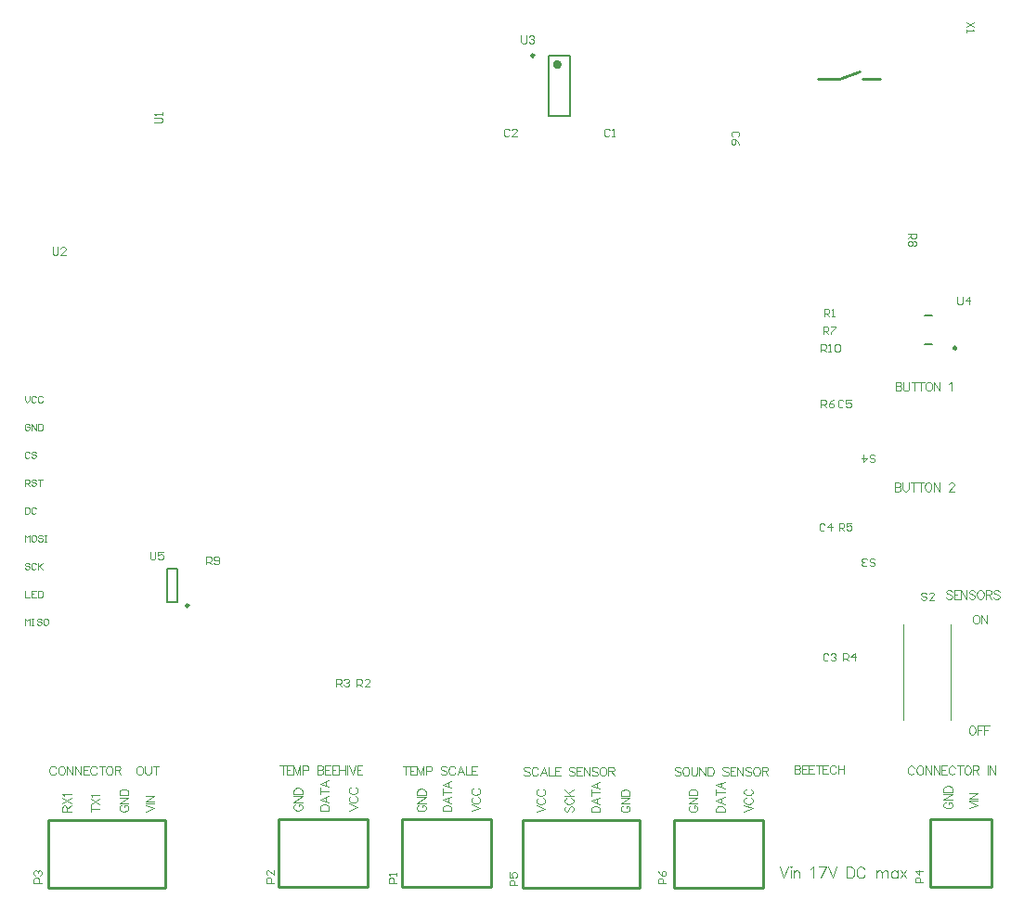
<source format=gto>
G04*
G04 #@! TF.GenerationSoftware,Altium Limited,Altium Designer,21.0.9 (235)*
G04*
G04 Layer_Color=65535*
%FSLAX44Y44*%
%MOMM*%
G71*
G04*
G04 #@! TF.SameCoordinates,736B1018-3895-43CE-9238-027F92C9441B*
G04*
G04*
G04 #@! TF.FilePolarity,Positive*
G04*
G01*
G75*
%ADD10C,0.3000*%
%ADD11C,0.2500*%
%ADD12C,0.4000*%
%ADD13C,0.2000*%
%ADD14C,0.1000*%
%ADD15C,0.2540*%
D10*
X852098Y493240D02*
G03*
X852098Y493240I-718J0D01*
G01*
D11*
X467615Y760254D02*
G03*
X467615Y760254I-1250J0D01*
G01*
X152546Y258250D02*
G03*
X152546Y258250I-1250J0D01*
G01*
D12*
X490865Y751954D02*
G03*
X490865Y751954I-2000J0D01*
G01*
D13*
X824250Y497000D02*
X830250D01*
X824250Y522750D02*
X830250D01*
X480864Y704954D02*
Y759954D01*
X500365Y704954D02*
Y759954D01*
X480864D02*
X500365D01*
X480864Y704954D02*
X500365D01*
X133296Y261500D02*
Y291500D01*
X142296Y261500D02*
Y291500D01*
X133296D02*
X142296D01*
X133296Y261500D02*
X142296D01*
D14*
X847500Y153930D02*
Y240930D01*
X804500Y153930D02*
Y240930D01*
X691626Y19748D02*
X695435Y9750D01*
X699243Y19748D02*
X695435Y9750D01*
X701481Y19748D02*
X701957Y19272D01*
X702433Y19748D01*
X701957Y20224D01*
X701481Y19748D01*
X701957Y16415D02*
Y9750D01*
X704195Y16415D02*
Y9750D01*
Y14511D02*
X705623Y15939D01*
X706575Y16415D01*
X708003D01*
X708956Y15939D01*
X709432Y14511D01*
Y9750D01*
X719906Y17844D02*
X720858Y18320D01*
X722286Y19748D01*
Y9750D01*
X733903Y19748D02*
X729142Y9750D01*
X727237Y19748D02*
X733903D01*
X736140D02*
X739949Y9750D01*
X743758Y19748D02*
X739949Y9750D01*
X752899Y19748D02*
Y9750D01*
Y19748D02*
X756231D01*
X757660Y19272D01*
X758612Y18320D01*
X759088Y17367D01*
X759564Y15939D01*
Y13559D01*
X759088Y12130D01*
X758612Y11178D01*
X757660Y10226D01*
X756231Y9750D01*
X752899D01*
X768943Y17367D02*
X768467Y18320D01*
X767514Y19272D01*
X766562Y19748D01*
X764658D01*
X763706Y19272D01*
X762754Y18320D01*
X762278Y17367D01*
X761801Y15939D01*
Y13559D01*
X762278Y12130D01*
X762754Y11178D01*
X763706Y10226D01*
X764658Y9750D01*
X766562D01*
X767514Y10226D01*
X768467Y11178D01*
X768943Y12130D01*
X779607Y16415D02*
Y9750D01*
Y14511D02*
X781035Y15939D01*
X781988Y16415D01*
X783416D01*
X784368Y15939D01*
X784844Y14511D01*
Y9750D01*
Y14511D02*
X786272Y15939D01*
X787225Y16415D01*
X788653D01*
X789605Y15939D01*
X790081Y14511D01*
Y9750D01*
X798936Y16415D02*
Y9750D01*
Y14987D02*
X797984Y15939D01*
X797032Y16415D01*
X795604D01*
X794651Y15939D01*
X793699Y14987D01*
X793223Y13559D01*
Y12607D01*
X793699Y11178D01*
X794651Y10226D01*
X795604Y9750D01*
X797032D01*
X797984Y10226D01*
X798936Y11178D01*
X801602Y16415D02*
X806839Y9750D01*
Y16415D02*
X801602Y9750D01*
X3302Y240538D02*
Y246536D01*
X5301Y244537D01*
X7301Y246536D01*
Y240538D01*
X9300Y246536D02*
X11299D01*
X10300D01*
Y240538D01*
X9300D01*
X11299D01*
X18297Y245536D02*
X17298Y246536D01*
X15298D01*
X14298Y245536D01*
Y244537D01*
X15298Y243537D01*
X17298D01*
X18297Y242537D01*
Y241538D01*
X17298Y240538D01*
X15298D01*
X14298Y241538D01*
X23296Y246536D02*
X21296D01*
X20296Y245536D01*
Y241538D01*
X21296Y240538D01*
X23296D01*
X24295Y241538D01*
Y245536D01*
X23296Y246536D01*
X3302Y316738D02*
Y322736D01*
X5301Y320737D01*
X7301Y322736D01*
Y316738D01*
X12299Y322736D02*
X10300D01*
X9300Y321736D01*
Y317738D01*
X10300Y316738D01*
X12299D01*
X13299Y317738D01*
Y321736D01*
X12299Y322736D01*
X19297Y321736D02*
X18297Y322736D01*
X16298D01*
X15298Y321736D01*
Y320737D01*
X16298Y319737D01*
X18297D01*
X19297Y318737D01*
Y317738D01*
X18297Y316738D01*
X16298D01*
X15298Y317738D01*
X21296Y322736D02*
X23296D01*
X22296D01*
Y316738D01*
X21296D01*
X23296D01*
X7301Y296336D02*
X6301Y297336D01*
X4302D01*
X3302Y296336D01*
Y295337D01*
X4302Y294337D01*
X6301D01*
X7301Y293337D01*
Y292338D01*
X6301Y291338D01*
X4302D01*
X3302Y292338D01*
X13299Y296336D02*
X12299Y297336D01*
X10300D01*
X9300Y296336D01*
Y292338D01*
X10300Y291338D01*
X12299D01*
X13299Y292338D01*
X15298Y297336D02*
Y291338D01*
Y293337D01*
X19297Y297336D01*
X16298Y294337D01*
X19297Y291338D01*
X3302Y271936D02*
Y265938D01*
X7301D01*
X13299Y271936D02*
X9300D01*
Y265938D01*
X13299D01*
X9300Y268937D02*
X11299D01*
X15298Y271936D02*
Y265938D01*
X18297D01*
X19297Y266938D01*
Y270936D01*
X18297Y271936D01*
X15298D01*
X7301Y397936D02*
X6301Y398936D01*
X4302D01*
X3302Y397936D01*
Y393938D01*
X4302Y392938D01*
X6301D01*
X7301Y393938D01*
X13299Y397936D02*
X12299Y398936D01*
X10300D01*
X9300Y397936D01*
Y396937D01*
X10300Y395937D01*
X12299D01*
X13299Y394937D01*
Y393938D01*
X12299Y392938D01*
X10300D01*
X9300Y393938D01*
X7301Y423336D02*
X6301Y424336D01*
X4302D01*
X3302Y423336D01*
Y419338D01*
X4302Y418338D01*
X6301D01*
X7301Y419338D01*
Y421337D01*
X5301D01*
X9300Y418338D02*
Y424336D01*
X13299Y418338D01*
Y424336D01*
X15298D02*
Y418338D01*
X18297D01*
X19297Y419338D01*
Y423336D01*
X18297Y424336D01*
X15298D01*
X3302Y449736D02*
Y445737D01*
X5301Y443738D01*
X7301Y445737D01*
Y449736D01*
X13299Y448736D02*
X12299Y449736D01*
X10300D01*
X9300Y448736D01*
Y444738D01*
X10300Y443738D01*
X12299D01*
X13299Y444738D01*
X19297Y448736D02*
X18297Y449736D01*
X16298D01*
X15298Y448736D01*
Y444738D01*
X16298Y443738D01*
X18297D01*
X19297Y444738D01*
X3302Y367538D02*
Y373536D01*
X6301D01*
X7301Y372536D01*
Y370537D01*
X6301Y369537D01*
X3302D01*
X5301D02*
X7301Y367538D01*
X13299Y372536D02*
X12299Y373536D01*
X10300D01*
X9300Y372536D01*
Y371537D01*
X10300Y370537D01*
X12299D01*
X13299Y369537D01*
Y368538D01*
X12299Y367538D01*
X10300D01*
X9300Y368538D01*
X15298Y373536D02*
X19297D01*
X17298D01*
Y367538D01*
X3302Y348136D02*
Y342138D01*
X6301D01*
X7301Y343138D01*
Y347136D01*
X6301Y348136D01*
X3302D01*
X13299Y347136D02*
X12299Y348136D01*
X10300D01*
X9300Y347136D01*
Y343138D01*
X10300Y342138D01*
X12299D01*
X13299Y343138D01*
X866443Y148444D02*
X865682Y148063D01*
X864920Y147302D01*
X864539Y146540D01*
X864158Y145397D01*
Y143493D01*
X864539Y142350D01*
X864920Y141589D01*
X865682Y140827D01*
X866443Y140446D01*
X867967D01*
X868728Y140827D01*
X869490Y141589D01*
X869871Y142350D01*
X870252Y143493D01*
Y145397D01*
X869871Y146540D01*
X869490Y147302D01*
X868728Y148063D01*
X867967Y148444D01*
X866443D01*
X872118D02*
Y140446D01*
Y148444D02*
X877069D01*
X872118Y144636D02*
X875165D01*
X877984Y148444D02*
Y140446D01*
Y148444D02*
X882935D01*
X877984Y144636D02*
X881031D01*
X869943Y249928D02*
X869182Y249547D01*
X868420Y248786D01*
X868039Y248024D01*
X867658Y246881D01*
Y244977D01*
X868039Y243834D01*
X868420Y243073D01*
X869182Y242311D01*
X869943Y241930D01*
X871467D01*
X872228Y242311D01*
X872990Y243073D01*
X873371Y243834D01*
X873752Y244977D01*
Y246881D01*
X873371Y248024D01*
X872990Y248786D01*
X872228Y249547D01*
X871467Y249928D01*
X869943D01*
X875618D02*
Y241930D01*
Y249928D02*
X880950Y241930D01*
Y249928D02*
Y241930D01*
X848850Y271107D02*
X848088Y271869D01*
X846946Y272249D01*
X845422D01*
X844280Y271869D01*
X843518Y271107D01*
Y270345D01*
X843899Y269583D01*
X844280Y269202D01*
X845042Y268822D01*
X847327Y268060D01*
X848088Y267679D01*
X848469Y267298D01*
X848850Y266536D01*
Y265394D01*
X848088Y264632D01*
X846946Y264251D01*
X845422D01*
X844280Y264632D01*
X843518Y265394D01*
X855592Y272249D02*
X850640D01*
Y264251D01*
X855592D01*
X850640Y268441D02*
X853687D01*
X856925Y272249D02*
Y264251D01*
Y272249D02*
X862257Y264251D01*
Y272249D02*
Y264251D01*
X869798Y271107D02*
X869036Y271869D01*
X867894Y272249D01*
X866370D01*
X865228Y271869D01*
X864466Y271107D01*
Y270345D01*
X864847Y269583D01*
X865228Y269202D01*
X865989Y268822D01*
X868275Y268060D01*
X869036Y267679D01*
X869417Y267298D01*
X869798Y266536D01*
Y265394D01*
X869036Y264632D01*
X867894Y264251D01*
X866370D01*
X865228Y264632D01*
X864466Y265394D01*
X873873Y272249D02*
X873112Y271869D01*
X872350Y271107D01*
X871969Y270345D01*
X871588Y269202D01*
Y267298D01*
X871969Y266155D01*
X872350Y265394D01*
X873112Y264632D01*
X873873Y264251D01*
X875397D01*
X876159Y264632D01*
X876920Y265394D01*
X877301Y266155D01*
X877682Y267298D01*
Y269202D01*
X877301Y270345D01*
X876920Y271107D01*
X876159Y271869D01*
X875397Y272249D01*
X873873D01*
X879548D02*
Y264251D01*
Y272249D02*
X882976D01*
X884119Y271869D01*
X884500Y271488D01*
X884881Y270726D01*
Y269964D01*
X884500Y269202D01*
X884119Y268822D01*
X882976Y268441D01*
X879548D01*
X882215D02*
X884881Y264251D01*
X892003Y271107D02*
X891241Y271869D01*
X890098Y272249D01*
X888575D01*
X887432Y271869D01*
X886671Y271107D01*
Y270345D01*
X887052Y269583D01*
X887432Y269202D01*
X888194Y268822D01*
X890479Y268060D01*
X891241Y267679D01*
X891622Y267298D01*
X892003Y266536D01*
Y265394D01*
X891241Y264632D01*
X890098Y264251D01*
X888575D01*
X887432Y264632D01*
X886671Y265394D01*
X797250Y462248D02*
Y454250D01*
Y462248D02*
X800678D01*
X801820Y461867D01*
X802201Y461487D01*
X802582Y460725D01*
Y459963D01*
X802201Y459201D01*
X801820Y458820D01*
X800678Y458440D01*
X797250D02*
X800678D01*
X801820Y458059D01*
X802201Y457678D01*
X802582Y456916D01*
Y455774D01*
X802201Y455012D01*
X801820Y454631D01*
X800678Y454250D01*
X797250D01*
X804372Y462248D02*
Y456535D01*
X804753Y455393D01*
X805515Y454631D01*
X806657Y454250D01*
X807419D01*
X808562Y454631D01*
X809324Y455393D01*
X809705Y456535D01*
Y462248D01*
X814580D02*
Y454250D01*
X811914Y462248D02*
X817246D01*
X820864D02*
Y454250D01*
X818198Y462248D02*
X823530D01*
X826768D02*
X826006Y461867D01*
X825244Y461106D01*
X824863Y460344D01*
X824482Y459201D01*
Y457297D01*
X824863Y456154D01*
X825244Y455393D01*
X826006Y454631D01*
X826768Y454250D01*
X828291D01*
X829053Y454631D01*
X829815Y455393D01*
X830195Y456154D01*
X830576Y457297D01*
Y459201D01*
X830195Y460344D01*
X829815Y461106D01*
X829053Y461867D01*
X828291Y462248D01*
X826768D01*
X832442D02*
Y454250D01*
Y462248D02*
X837775Y454250D01*
Y462248D02*
Y454250D01*
X846268Y460725D02*
X847030Y461106D01*
X848173Y462248D01*
Y454250D01*
X796750Y370498D02*
Y362500D01*
Y370498D02*
X800178D01*
X801320Y370117D01*
X801701Y369737D01*
X802082Y368975D01*
Y368213D01*
X801701Y367451D01*
X801320Y367070D01*
X800178Y366690D01*
X796750D02*
X800178D01*
X801320Y366309D01*
X801701Y365928D01*
X802082Y365166D01*
Y364024D01*
X801701Y363262D01*
X801320Y362881D01*
X800178Y362500D01*
X796750D01*
X803872Y370498D02*
Y364785D01*
X804253Y363643D01*
X805015Y362881D01*
X806158Y362500D01*
X806919D01*
X808062Y362881D01*
X808824Y363643D01*
X809204Y364785D01*
Y370498D01*
X814080D02*
Y362500D01*
X811413Y370498D02*
X816746D01*
X820364D02*
Y362500D01*
X817698Y370498D02*
X823030D01*
X826267D02*
X825506Y370117D01*
X824744Y369356D01*
X824363Y368594D01*
X823982Y367451D01*
Y365547D01*
X824363Y364404D01*
X824744Y363643D01*
X825506Y362881D01*
X826267Y362500D01*
X827791D01*
X828553Y362881D01*
X829314Y363643D01*
X829695Y364404D01*
X830076Y365547D01*
Y367451D01*
X829695Y368594D01*
X829314Y369356D01*
X828553Y370117D01*
X827791Y370498D01*
X826267D01*
X831943D02*
Y362500D01*
Y370498D02*
X837275Y362500D01*
Y370498D02*
Y362500D01*
X846149Y368594D02*
Y368975D01*
X846530Y369737D01*
X846911Y370117D01*
X847673Y370498D01*
X849196D01*
X849958Y370117D01*
X850339Y369737D01*
X850719Y368975D01*
Y368213D01*
X850339Y367451D01*
X849577Y366309D01*
X845768Y362500D01*
X851100D01*
X704969Y112498D02*
Y104500D01*
Y112498D02*
X708397D01*
X709540Y112117D01*
X709921Y111737D01*
X710301Y110975D01*
Y110213D01*
X709921Y109451D01*
X709540Y109070D01*
X708397Y108690D01*
X704969D02*
X708397D01*
X709540Y108309D01*
X709921Y107928D01*
X710301Y107166D01*
Y106024D01*
X709921Y105262D01*
X709540Y104881D01*
X708397Y104500D01*
X704969D01*
X717043Y112498D02*
X712092D01*
Y104500D01*
X717043D01*
X712092Y108690D02*
X715138D01*
X723327Y112498D02*
X718376D01*
Y104500D01*
X723327D01*
X718376Y108690D02*
X721423D01*
X727326Y112498D02*
Y104500D01*
X724660Y112498D02*
X729992D01*
X735896D02*
X730945D01*
Y104500D01*
X735896D01*
X730945Y108690D02*
X733992D01*
X742942Y110594D02*
X742561Y111356D01*
X741799Y112117D01*
X741038Y112498D01*
X739514D01*
X738753Y112117D01*
X737991Y111356D01*
X737610Y110594D01*
X737229Y109451D01*
Y107547D01*
X737610Y106404D01*
X737991Y105643D01*
X738753Y104881D01*
X739514Y104500D01*
X741038D01*
X741799Y104881D01*
X742561Y105643D01*
X742942Y106404D01*
X745189Y112498D02*
Y104500D01*
X750521Y112498D02*
Y104500D01*
X745189Y108690D02*
X750521D01*
X864254Y73136D02*
X872252Y76183D01*
X864254Y79230D02*
X872252Y76183D01*
X864254Y80258D02*
X872252D01*
X864254Y81934D02*
X872252D01*
X864254D02*
X872252Y87266D01*
X864254D02*
X872252D01*
X843044Y78849D02*
X842282Y78468D01*
X841521Y77706D01*
X841140Y76945D01*
Y75421D01*
X841521Y74660D01*
X842282Y73898D01*
X843044Y73517D01*
X844187Y73136D01*
X846091D01*
X847234Y73517D01*
X847995Y73898D01*
X848757Y74660D01*
X849138Y75421D01*
Y76945D01*
X848757Y77706D01*
X847995Y78468D01*
X847234Y78849D01*
X846091D01*
Y76945D02*
Y78849D01*
X841140Y80677D02*
X849138D01*
X841140D02*
X849138Y86010D01*
X841140D02*
X849138D01*
X841140Y88218D02*
X849138D01*
X841140D02*
Y90885D01*
X841521Y92027D01*
X842282Y92789D01*
X843044Y93170D01*
X844187Y93551D01*
X846091D01*
X847234Y93170D01*
X847995Y92789D01*
X848757Y92027D01*
X849138Y90885D01*
Y88218D01*
X519752Y69720D02*
X527750D01*
X519752D02*
Y72386D01*
X520132Y73529D01*
X520894Y74290D01*
X521656Y74671D01*
X522799Y75052D01*
X524703D01*
X525846Y74671D01*
X526607Y74290D01*
X527369Y73529D01*
X527750Y72386D01*
Y69720D01*
Y82936D02*
X519752Y79889D01*
X527750Y76842D01*
X525084Y77985D02*
Y81794D01*
X519752Y87469D02*
X527750D01*
X519752Y84803D02*
Y90135D01*
X527750Y97181D02*
X519752Y94134D01*
X527750Y91087D01*
X525084Y92229D02*
Y96038D01*
X496644Y75052D02*
X495882Y74290D01*
X495502Y73148D01*
Y71624D01*
X495882Y70482D01*
X496644Y69720D01*
X497406D01*
X498168Y70101D01*
X498549Y70482D01*
X498929Y71244D01*
X499691Y73529D01*
X500072Y74290D01*
X500453Y74671D01*
X501215Y75052D01*
X502357D01*
X503119Y74290D01*
X503500Y73148D01*
Y71624D01*
X503119Y70482D01*
X502357Y69720D01*
X497406Y82555D02*
X496644Y82175D01*
X495882Y81413D01*
X495502Y80651D01*
Y79128D01*
X495882Y78366D01*
X496644Y77604D01*
X497406Y77223D01*
X498549Y76842D01*
X500453D01*
X501596Y77223D01*
X502357Y77604D01*
X503119Y78366D01*
X503500Y79128D01*
Y80651D01*
X503119Y81413D01*
X502357Y82175D01*
X501596Y82555D01*
X495502Y84803D02*
X503500D01*
X495502Y90135D02*
X500834Y84803D01*
X498929Y86707D02*
X503500Y90135D01*
X633502Y69970D02*
X641500D01*
X633502D02*
Y72636D01*
X633883Y73779D01*
X634644Y74541D01*
X635406Y74921D01*
X636549Y75302D01*
X638453D01*
X639596Y74921D01*
X640357Y74541D01*
X641119Y73779D01*
X641500Y72636D01*
Y69970D01*
Y83186D02*
X633502Y80139D01*
X641500Y77092D01*
X638834Y78235D02*
Y82044D01*
X633502Y87719D02*
X641500D01*
X633502Y85052D02*
Y90385D01*
X641500Y97431D02*
X633502Y94384D01*
X641500Y91337D01*
X638834Y92479D02*
Y96288D01*
X384300Y70470D02*
X392298D01*
X384300D02*
Y73136D01*
X384680Y74279D01*
X385442Y75040D01*
X386204Y75421D01*
X387347Y75802D01*
X389251D01*
X390394Y75421D01*
X391155Y75040D01*
X391917Y74279D01*
X392298Y73136D01*
Y70470D01*
Y83686D02*
X384300Y80639D01*
X392298Y77592D01*
X389632Y78735D02*
Y82544D01*
X384300Y88219D02*
X392298D01*
X384300Y85553D02*
Y90885D01*
X392298Y97931D02*
X384300Y94884D01*
X392298Y91837D01*
X389632Y92979D02*
Y96788D01*
X362656Y76183D02*
X361894Y75802D01*
X361133Y75040D01*
X360752Y74279D01*
Y72755D01*
X361133Y71993D01*
X361894Y71232D01*
X362656Y70851D01*
X363799Y70470D01*
X365703D01*
X366846Y70851D01*
X367607Y71232D01*
X368369Y71993D01*
X368750Y72755D01*
Y74279D01*
X368369Y75040D01*
X367607Y75802D01*
X366846Y76183D01*
X365703D01*
Y74279D02*
Y76183D01*
X360752Y78011D02*
X368750D01*
X360752D02*
X368750Y83343D01*
X360752D02*
X368750D01*
X360752Y85553D02*
X368750D01*
X360752D02*
Y88219D01*
X361133Y89361D01*
X361894Y90123D01*
X362656Y90504D01*
X363799Y90885D01*
X365703D01*
X366846Y90504D01*
X367607Y90123D01*
X368369Y89361D01*
X368750Y88219D01*
Y85553D01*
X610656Y75683D02*
X609894Y75302D01*
X609132Y74540D01*
X608752Y73779D01*
Y72255D01*
X609132Y71494D01*
X609894Y70732D01*
X610656Y70351D01*
X611799Y69970D01*
X613703D01*
X614846Y70351D01*
X615607Y70732D01*
X616369Y71494D01*
X616750Y72255D01*
Y73779D01*
X616369Y74540D01*
X615607Y75302D01*
X614846Y75683D01*
X613703D01*
Y73779D02*
Y75683D01*
X608752Y77511D02*
X616750D01*
X608752D02*
X616750Y82843D01*
X608752D02*
X616750D01*
X608752Y85052D02*
X616750D01*
X608752D02*
Y87719D01*
X609132Y88861D01*
X609894Y89623D01*
X610656Y90004D01*
X611799Y90385D01*
X613703D01*
X614846Y90004D01*
X615607Y89623D01*
X616369Y88861D01*
X616750Y87719D01*
Y85052D01*
X548906Y75433D02*
X548144Y75052D01*
X547383Y74290D01*
X547002Y73529D01*
Y72005D01*
X547383Y71244D01*
X548144Y70482D01*
X548906Y70101D01*
X550049Y69720D01*
X551953D01*
X553096Y70101D01*
X553857Y70482D01*
X554619Y71244D01*
X555000Y72005D01*
Y73529D01*
X554619Y74290D01*
X553857Y75052D01*
X553096Y75433D01*
X551953D01*
Y73529D02*
Y75433D01*
X547002Y77261D02*
X555000D01*
X547002D02*
X555000Y82593D01*
X547002D02*
X555000D01*
X547002Y84803D02*
X555000D01*
X547002D02*
Y87469D01*
X547383Y88611D01*
X548144Y89373D01*
X548906Y89754D01*
X550049Y90135D01*
X551953D01*
X553096Y89754D01*
X553857Y89373D01*
X554619Y88611D01*
X555000Y87469D01*
Y84803D01*
X469752Y69720D02*
X477750Y72767D01*
X469752Y75814D02*
X477750Y72767D01*
X471656Y82555D02*
X470894Y82175D01*
X470133Y81413D01*
X469752Y80651D01*
Y79127D01*
X470133Y78366D01*
X470894Y77604D01*
X471656Y77223D01*
X472799Y76842D01*
X474703D01*
X475846Y77223D01*
X476607Y77604D01*
X477369Y78366D01*
X477750Y79127D01*
Y80651D01*
X477369Y81413D01*
X476607Y82175D01*
X475846Y82555D01*
X471656Y90515D02*
X470894Y90135D01*
X470133Y89373D01*
X469752Y88611D01*
Y87088D01*
X470133Y86326D01*
X470894Y85564D01*
X471656Y85183D01*
X472799Y84803D01*
X474703D01*
X475846Y85183D01*
X476607Y85564D01*
X477369Y86326D01*
X477750Y87088D01*
Y88611D01*
X477369Y89373D01*
X476607Y90135D01*
X475846Y90515D01*
X659002Y69970D02*
X667000Y73017D01*
X659002Y76064D02*
X667000Y73017D01*
X660906Y82805D02*
X660144Y82424D01*
X659382Y81663D01*
X659002Y80901D01*
Y79377D01*
X659382Y78616D01*
X660144Y77854D01*
X660906Y77473D01*
X662049Y77092D01*
X663953D01*
X665096Y77473D01*
X665857Y77854D01*
X666619Y78616D01*
X667000Y79377D01*
Y80901D01*
X666619Y81663D01*
X665857Y82424D01*
X665096Y82805D01*
X660906Y90766D02*
X660144Y90385D01*
X659382Y89623D01*
X659002Y88861D01*
Y87338D01*
X659382Y86576D01*
X660144Y85814D01*
X660906Y85433D01*
X662049Y85052D01*
X663953D01*
X665096Y85433D01*
X665857Y85814D01*
X666619Y86576D01*
X667000Y87338D01*
Y88861D01*
X666619Y89623D01*
X665857Y90385D01*
X665096Y90766D01*
X410252Y70470D02*
X418250Y73517D01*
X410252Y76564D02*
X418250Y73517D01*
X412156Y83305D02*
X411394Y82924D01*
X410633Y82163D01*
X410252Y81401D01*
Y79878D01*
X410633Y79116D01*
X411394Y78354D01*
X412156Y77973D01*
X413299Y77592D01*
X415203D01*
X416346Y77973D01*
X417107Y78354D01*
X417869Y79116D01*
X418250Y79878D01*
Y81401D01*
X417869Y82163D01*
X417107Y82924D01*
X416346Y83305D01*
X412156Y91266D02*
X411394Y90885D01*
X410633Y90123D01*
X410252Y89361D01*
Y87838D01*
X410633Y87076D01*
X411394Y86314D01*
X412156Y85933D01*
X413299Y85553D01*
X415203D01*
X416346Y85933D01*
X417107Y86314D01*
X417869Y87076D01*
X418250Y87838D01*
Y89361D01*
X417869Y90123D01*
X417107Y90885D01*
X416346Y91266D01*
X298752Y71220D02*
X306750Y74267D01*
X298752Y77314D02*
X306750Y74267D01*
X300656Y84055D02*
X299894Y83674D01*
X299132Y82913D01*
X298752Y82151D01*
Y80627D01*
X299132Y79866D01*
X299894Y79104D01*
X300656Y78723D01*
X301799Y78342D01*
X303703D01*
X304846Y78723D01*
X305607Y79104D01*
X306369Y79866D01*
X306750Y80627D01*
Y82151D01*
X306369Y82913D01*
X305607Y83674D01*
X304846Y84055D01*
X300656Y92015D02*
X299894Y91635D01*
X299132Y90873D01*
X298752Y90111D01*
Y88588D01*
X299132Y87826D01*
X299894Y87064D01*
X300656Y86683D01*
X301799Y86302D01*
X303703D01*
X304846Y86683D01*
X305607Y87064D01*
X306369Y87826D01*
X306750Y88588D01*
Y90111D01*
X306369Y90873D01*
X305607Y91635D01*
X304846Y92015D01*
X272502Y71220D02*
X280500D01*
X272502D02*
Y73886D01*
X272883Y75029D01*
X273644Y75791D01*
X274406Y76171D01*
X275549Y76552D01*
X277453D01*
X278596Y76171D01*
X279357Y75791D01*
X280119Y75029D01*
X280500Y73886D01*
Y71220D01*
Y84436D02*
X272502Y81389D01*
X280500Y78342D01*
X277834Y79485D02*
Y83294D01*
X272502Y88969D02*
X280500D01*
X272502Y86302D02*
Y91635D01*
X280500Y98681D02*
X272502Y95634D01*
X280500Y92587D01*
X277834Y93729D02*
Y97538D01*
X250152Y76933D02*
X249390Y76552D01*
X248629Y75791D01*
X248248Y75029D01*
Y73505D01*
X248629Y72744D01*
X249390Y71982D01*
X250152Y71601D01*
X251295Y71220D01*
X253199D01*
X254342Y71601D01*
X255103Y71982D01*
X255865Y72744D01*
X256246Y73505D01*
Y75029D01*
X255865Y75791D01*
X255103Y76552D01*
X254342Y76933D01*
X253199D01*
Y75029D02*
Y76933D01*
X248248Y78761D02*
X256246D01*
X248248D02*
X256246Y84094D01*
X248248D02*
X256246D01*
X248248Y86302D02*
X256246D01*
X248248D02*
Y88969D01*
X248629Y90111D01*
X249390Y90873D01*
X250152Y91254D01*
X251295Y91635D01*
X253199D01*
X254342Y91254D01*
X255103Y90873D01*
X255865Y90111D01*
X256246Y88969D01*
Y86302D01*
X814179Y110094D02*
X813798Y110856D01*
X813036Y111617D01*
X812275Y111998D01*
X810751D01*
X809989Y111617D01*
X809228Y110856D01*
X808847Y110094D01*
X808466Y108951D01*
Y107047D01*
X808847Y105904D01*
X809228Y105143D01*
X809989Y104381D01*
X810751Y104000D01*
X812275D01*
X813036Y104381D01*
X813798Y105143D01*
X814179Y105904D01*
X818711Y111998D02*
X817950Y111617D01*
X817188Y110856D01*
X816807Y110094D01*
X816426Y108951D01*
Y107047D01*
X816807Y105904D01*
X817188Y105143D01*
X817950Y104381D01*
X818711Y104000D01*
X820235D01*
X820997Y104381D01*
X821758Y105143D01*
X822139Y105904D01*
X822520Y107047D01*
Y108951D01*
X822139Y110094D01*
X821758Y110856D01*
X820997Y111617D01*
X820235Y111998D01*
X818711D01*
X824386D02*
Y104000D01*
Y111998D02*
X829719Y104000D01*
Y111998D02*
Y104000D01*
X831928Y111998D02*
Y104000D01*
Y111998D02*
X837260Y104000D01*
Y111998D02*
Y104000D01*
X844420Y111998D02*
X839469D01*
Y104000D01*
X844420D01*
X839469Y108190D02*
X842516D01*
X851466Y110094D02*
X851086Y110856D01*
X850324Y111617D01*
X849562Y111998D01*
X848038D01*
X847277Y111617D01*
X846515Y110856D01*
X846134Y110094D01*
X845753Y108951D01*
Y107047D01*
X846134Y105904D01*
X846515Y105143D01*
X847277Y104381D01*
X848038Y104000D01*
X849562D01*
X850324Y104381D01*
X851086Y105143D01*
X851466Y105904D01*
X856380Y111998D02*
Y104000D01*
X853714Y111998D02*
X859046D01*
X862283D02*
X861521Y111617D01*
X860760Y110856D01*
X860379Y110094D01*
X859998Y108951D01*
Y107047D01*
X860379Y105904D01*
X860760Y105143D01*
X861521Y104381D01*
X862283Y104000D01*
X863807D01*
X864568Y104381D01*
X865330Y105143D01*
X865711Y105904D01*
X866092Y107047D01*
Y108951D01*
X865711Y110094D01*
X865330Y110856D01*
X864568Y111617D01*
X863807Y111998D01*
X862283D01*
X867958D02*
Y104000D01*
Y111998D02*
X871386D01*
X872529Y111617D01*
X872909Y111237D01*
X873290Y110475D01*
Y109713D01*
X872909Y108951D01*
X872529Y108570D01*
X871386Y108190D01*
X867958D01*
X870624D02*
X873290Y104000D01*
X881365Y111998D02*
Y104000D01*
X883041Y111998D02*
Y104000D01*
Y111998D02*
X888373Y104000D01*
Y111998D02*
Y104000D01*
X601192Y109856D02*
X600430Y110617D01*
X599288Y110998D01*
X597764D01*
X596622Y110617D01*
X595860Y109856D01*
Y109094D01*
X596241Y108332D01*
X596622Y107951D01*
X597383Y107570D01*
X599669Y106809D01*
X600430Y106428D01*
X600811Y106047D01*
X601192Y105285D01*
Y104143D01*
X600430Y103381D01*
X599288Y103000D01*
X597764D01*
X596622Y103381D01*
X595860Y104143D01*
X605267Y110998D02*
X604506Y110617D01*
X603744Y109856D01*
X603363Y109094D01*
X602982Y107951D01*
Y106047D01*
X603363Y104904D01*
X603744Y104143D01*
X604506Y103381D01*
X605267Y103000D01*
X606791D01*
X607553Y103381D01*
X608314Y104143D01*
X608695Y104904D01*
X609076Y106047D01*
Y107951D01*
X608695Y109094D01*
X608314Y109856D01*
X607553Y110617D01*
X606791Y110998D01*
X605267D01*
X610942D02*
Y105285D01*
X611323Y104143D01*
X612085Y103381D01*
X613228Y103000D01*
X613989D01*
X615132Y103381D01*
X615894Y104143D01*
X616275Y105285D01*
Y110998D01*
X618484D02*
Y103000D01*
Y110998D02*
X623816Y103000D01*
Y110998D02*
Y103000D01*
X626025Y110998D02*
Y103000D01*
Y110998D02*
X628691D01*
X629834Y110617D01*
X630595Y109856D01*
X630976Y109094D01*
X631357Y107951D01*
Y106047D01*
X630976Y104904D01*
X630595Y104143D01*
X629834Y103381D01*
X628691Y103000D01*
X626025D01*
X644764Y109856D02*
X644002Y110617D01*
X642859Y110998D01*
X641336D01*
X640193Y110617D01*
X639432Y109856D01*
Y109094D01*
X639813Y108332D01*
X640193Y107951D01*
X640955Y107570D01*
X643240Y106809D01*
X644002Y106428D01*
X644383Y106047D01*
X644764Y105285D01*
Y104143D01*
X644002Y103381D01*
X642859Y103000D01*
X641336D01*
X640193Y103381D01*
X639432Y104143D01*
X651505Y110998D02*
X646554D01*
Y103000D01*
X651505D01*
X646554Y107190D02*
X649601D01*
X652838Y110998D02*
Y103000D01*
Y110998D02*
X658170Y103000D01*
Y110998D02*
Y103000D01*
X665712Y109856D02*
X664950Y110617D01*
X663807Y110998D01*
X662284D01*
X661141Y110617D01*
X660379Y109856D01*
Y109094D01*
X660760Y108332D01*
X661141Y107951D01*
X661903Y107570D01*
X664188Y106809D01*
X664950Y106428D01*
X665331Y106047D01*
X665712Y105285D01*
Y104143D01*
X664950Y103381D01*
X663807Y103000D01*
X662284D01*
X661141Y103381D01*
X660379Y104143D01*
X669787Y110998D02*
X669025Y110617D01*
X668264Y109856D01*
X667883Y109094D01*
X667502Y107951D01*
Y106047D01*
X667883Y104904D01*
X668264Y104143D01*
X669025Y103381D01*
X669787Y103000D01*
X671311D01*
X672072Y103381D01*
X672834Y104143D01*
X673215Y104904D01*
X673596Y106047D01*
Y107951D01*
X673215Y109094D01*
X672834Y109856D01*
X672072Y110617D01*
X671311Y110998D01*
X669787D01*
X675462D02*
Y103000D01*
Y110998D02*
X678890D01*
X680033Y110617D01*
X680413Y110237D01*
X680794Y109475D01*
Y108713D01*
X680413Y107951D01*
X680033Y107570D01*
X678890Y107190D01*
X675462D01*
X678128D02*
X680794Y103000D01*
X463642Y109606D02*
X462880Y110367D01*
X461738Y110748D01*
X460214D01*
X459072Y110367D01*
X458310Y109606D01*
Y108844D01*
X458691Y108082D01*
X459072Y107701D01*
X459833Y107320D01*
X462119Y106559D01*
X462880Y106178D01*
X463261Y105797D01*
X463642Y105035D01*
Y103893D01*
X462880Y103131D01*
X461738Y102750D01*
X460214D01*
X459072Y103131D01*
X458310Y103893D01*
X471145Y108844D02*
X470765Y109606D01*
X470003Y110367D01*
X469241Y110748D01*
X467718D01*
X466956Y110367D01*
X466194Y109606D01*
X465813Y108844D01*
X465432Y107701D01*
Y105797D01*
X465813Y104654D01*
X466194Y103893D01*
X466956Y103131D01*
X467718Y102750D01*
X469241D01*
X470003Y103131D01*
X470765Y103893D01*
X471145Y104654D01*
X479486Y102750D02*
X476439Y110748D01*
X473392Y102750D01*
X474535Y105416D02*
X478344D01*
X481353Y110748D02*
Y102750D01*
X485923D01*
X491750Y110748D02*
X486799D01*
Y102750D01*
X491750D01*
X486799Y106940D02*
X489846D01*
X504700Y109606D02*
X503938Y110367D01*
X502796Y110748D01*
X501272D01*
X500130Y110367D01*
X499368Y109606D01*
Y108844D01*
X499749Y108082D01*
X500130Y107701D01*
X500891Y107320D01*
X503177Y106559D01*
X503938Y106178D01*
X504319Y105797D01*
X504700Y105035D01*
Y103893D01*
X503938Y103131D01*
X502796Y102750D01*
X501272D01*
X500130Y103131D01*
X499368Y103893D01*
X511441Y110748D02*
X506490D01*
Y102750D01*
X511441D01*
X506490Y106940D02*
X509537D01*
X512775Y110748D02*
Y102750D01*
Y110748D02*
X518107Y102750D01*
Y110748D02*
Y102750D01*
X525648Y109606D02*
X524886Y110367D01*
X523744Y110748D01*
X522220D01*
X521077Y110367D01*
X520316Y109606D01*
Y108844D01*
X520697Y108082D01*
X521077Y107701D01*
X521839Y107320D01*
X524124Y106559D01*
X524886Y106178D01*
X525267Y105797D01*
X525648Y105035D01*
Y103893D01*
X524886Y103131D01*
X523744Y102750D01*
X522220D01*
X521077Y103131D01*
X520316Y103893D01*
X529723Y110748D02*
X528962Y110367D01*
X528200Y109606D01*
X527819Y108844D01*
X527438Y107701D01*
Y105797D01*
X527819Y104654D01*
X528200Y103893D01*
X528962Y103131D01*
X529723Y102750D01*
X531247D01*
X532009Y103131D01*
X532770Y103893D01*
X533151Y104654D01*
X533532Y105797D01*
Y107701D01*
X533151Y108844D01*
X532770Y109606D01*
X532009Y110367D01*
X531247Y110748D01*
X529723D01*
X535398D02*
Y102750D01*
Y110748D02*
X538826D01*
X539969Y110367D01*
X540350Y109986D01*
X540731Y109225D01*
Y108463D01*
X540350Y107701D01*
X539969Y107320D01*
X538826Y106940D01*
X535398D01*
X538064D02*
X540731Y102750D01*
X350876Y111498D02*
Y103500D01*
X348210Y111498D02*
X353542D01*
X359446D02*
X354494D01*
Y103500D01*
X359446D01*
X354494Y107690D02*
X357541D01*
X360779Y111498D02*
Y103500D01*
Y111498D02*
X363826Y103500D01*
X366873Y111498D02*
X363826Y103500D01*
X366873Y111498D02*
Y103500D01*
X369158Y107309D02*
X372586D01*
X373728Y107690D01*
X374109Y108070D01*
X374490Y108832D01*
Y109975D01*
X374109Y110737D01*
X373728Y111117D01*
X372586Y111498D01*
X369158D01*
Y103500D01*
X387897Y110356D02*
X387135Y111117D01*
X385992Y111498D01*
X384469D01*
X383326Y111117D01*
X382565Y110356D01*
Y109594D01*
X382945Y108832D01*
X383326Y108451D01*
X384088Y108070D01*
X386373Y107309D01*
X387135Y106928D01*
X387516Y106547D01*
X387897Y105785D01*
Y104643D01*
X387135Y103881D01*
X385992Y103500D01*
X384469D01*
X383326Y103881D01*
X382565Y104643D01*
X395400Y109594D02*
X395019Y110356D01*
X394257Y111117D01*
X393495Y111498D01*
X391972D01*
X391210Y111117D01*
X390448Y110356D01*
X390068Y109594D01*
X389687Y108451D01*
Y106547D01*
X390068Y105404D01*
X390448Y104643D01*
X391210Y103881D01*
X391972Y103500D01*
X393495D01*
X394257Y103881D01*
X395019Y104643D01*
X395400Y105404D01*
X403741Y103500D02*
X400694Y111498D01*
X397647Y103500D01*
X398790Y106166D02*
X402598D01*
X405607Y111498D02*
Y103500D01*
X410178D01*
X416005Y111498D02*
X411054D01*
Y103500D01*
X416005D01*
X411054Y107690D02*
X414101D01*
X238403Y112248D02*
Y104250D01*
X235737Y112248D02*
X241069D01*
X246973D02*
X242022D01*
Y104250D01*
X246973D01*
X242022Y108440D02*
X245068D01*
X248306Y112248D02*
Y104250D01*
Y112248D02*
X251353Y104250D01*
X254400Y112248D02*
X251353Y104250D01*
X254400Y112248D02*
Y104250D01*
X256685Y108059D02*
X260113D01*
X261255Y108440D01*
X261636Y108820D01*
X262017Y109582D01*
Y110725D01*
X261636Y111487D01*
X261255Y111867D01*
X260113Y112248D01*
X256685D01*
Y104250D01*
X270092Y112248D02*
Y104250D01*
Y112248D02*
X273520D01*
X274662Y111867D01*
X275043Y111487D01*
X275424Y110725D01*
Y109963D01*
X275043Y109201D01*
X274662Y108820D01*
X273520Y108440D01*
X270092D02*
X273520D01*
X274662Y108059D01*
X275043Y107678D01*
X275424Y106916D01*
Y105773D01*
X275043Y105012D01*
X274662Y104631D01*
X273520Y104250D01*
X270092D01*
X282165Y112248D02*
X277214D01*
Y104250D01*
X282165D01*
X277214Y108440D02*
X280261D01*
X288450Y112248D02*
X283498D01*
Y104250D01*
X288450D01*
X283498Y108440D02*
X286545D01*
X289783Y112248D02*
Y104250D01*
X295115Y112248D02*
Y104250D01*
X289783Y108440D02*
X295115D01*
X297324Y112248D02*
Y104250D01*
X299000Y112248D02*
X302047Y104250D01*
X305094Y112248D02*
X302047Y104250D01*
X311073Y112248D02*
X306122D01*
Y104250D01*
X311073D01*
X306122Y108440D02*
X309169D01*
X31425Y109844D02*
X31044Y110606D01*
X30282Y111367D01*
X29521Y111748D01*
X27997D01*
X27236Y111367D01*
X26474Y110606D01*
X26093Y109844D01*
X25712Y108701D01*
Y106797D01*
X26093Y105654D01*
X26474Y104893D01*
X27236Y104131D01*
X27997Y103750D01*
X29521D01*
X30282Y104131D01*
X31044Y104893D01*
X31425Y105654D01*
X35958Y111748D02*
X35196Y111367D01*
X34434Y110606D01*
X34053Y109844D01*
X33672Y108701D01*
Y106797D01*
X34053Y105654D01*
X34434Y104893D01*
X35196Y104131D01*
X35958Y103750D01*
X37481D01*
X38243Y104131D01*
X39004Y104893D01*
X39385Y105654D01*
X39766Y106797D01*
Y108701D01*
X39385Y109844D01*
X39004Y110606D01*
X38243Y111367D01*
X37481Y111748D01*
X35958D01*
X41632D02*
Y103750D01*
Y111748D02*
X46965Y103750D01*
Y111748D02*
Y103750D01*
X49174Y111748D02*
Y103750D01*
Y111748D02*
X54506Y103750D01*
Y111748D02*
Y103750D01*
X61666Y111748D02*
X56715D01*
Y103750D01*
X61666D01*
X56715Y107940D02*
X59762D01*
X68712Y109844D02*
X68331Y110606D01*
X67570Y111367D01*
X66808Y111748D01*
X65285D01*
X64523Y111367D01*
X63761Y110606D01*
X63380Y109844D01*
X62999Y108701D01*
Y106797D01*
X63380Y105654D01*
X63761Y104893D01*
X64523Y104131D01*
X65285Y103750D01*
X66808D01*
X67570Y104131D01*
X68331Y104893D01*
X68712Y105654D01*
X73626Y111748D02*
Y103750D01*
X70960Y111748D02*
X76292D01*
X79529D02*
X78767Y111367D01*
X78006Y110606D01*
X77625Y109844D01*
X77244Y108701D01*
Y106797D01*
X77625Y105654D01*
X78006Y104893D01*
X78767Y104131D01*
X79529Y103750D01*
X81053D01*
X81814Y104131D01*
X82576Y104893D01*
X82957Y105654D01*
X83338Y106797D01*
Y108701D01*
X82957Y109844D01*
X82576Y110606D01*
X81814Y111367D01*
X81053Y111748D01*
X79529D01*
X85204D02*
Y103750D01*
Y111748D02*
X88632D01*
X89775Y111367D01*
X90155Y110987D01*
X90536Y110225D01*
Y109463D01*
X90155Y108701D01*
X89775Y108321D01*
X88632Y107940D01*
X85204D01*
X87870D02*
X90536Y103750D01*
X107180Y111748D02*
X106419Y111367D01*
X105657Y110606D01*
X105276Y109844D01*
X104895Y108701D01*
Y106797D01*
X105276Y105654D01*
X105657Y104893D01*
X106419Y104131D01*
X107180Y103750D01*
X108704D01*
X109466Y104131D01*
X110227Y104893D01*
X110608Y105654D01*
X110989Y106797D01*
Y108701D01*
X110608Y109844D01*
X110227Y110606D01*
X109466Y111367D01*
X108704Y111748D01*
X107180D01*
X112855D02*
Y106035D01*
X113236Y104893D01*
X113998Y104131D01*
X115141Y103750D01*
X115902D01*
X117045Y104131D01*
X117807Y104893D01*
X118188Y106035D01*
Y111748D01*
X123063D02*
Y103750D01*
X120397Y111748D02*
X125729D01*
X113404Y70220D02*
X121402Y73267D01*
X113404Y76314D02*
X121402Y73267D01*
X113404Y77342D02*
X121402D01*
X113404Y79018D02*
X121402D01*
X113404D02*
X121402Y84350D01*
X113404D02*
X121402D01*
X91308Y75933D02*
X90546Y75552D01*
X89785Y74791D01*
X89404Y74029D01*
Y72505D01*
X89785Y71743D01*
X90546Y70982D01*
X91308Y70601D01*
X92451Y70220D01*
X94355D01*
X95498Y70601D01*
X96259Y70982D01*
X97021Y71743D01*
X97402Y72505D01*
Y74029D01*
X97021Y74791D01*
X96259Y75552D01*
X95498Y75933D01*
X94355D01*
Y74029D02*
Y75933D01*
X89404Y77761D02*
X97402D01*
X89404D02*
X97402Y83094D01*
X89404D02*
X97402D01*
X89404Y85302D02*
X97402D01*
X89404D02*
Y87969D01*
X89785Y89111D01*
X90546Y89873D01*
X91308Y90254D01*
X92451Y90635D01*
X94355D01*
X95498Y90254D01*
X96259Y89873D01*
X97021Y89111D01*
X97402Y87969D01*
Y85302D01*
X63154Y72886D02*
X71152D01*
X63154Y70220D02*
Y75552D01*
Y76504D02*
X71152Y81837D01*
X63154D02*
X71152Y76504D01*
X64677Y83627D02*
X64296Y84388D01*
X63154Y85531D01*
X71152D01*
X37654Y70220D02*
X45652D01*
X37654D02*
Y73648D01*
X38035Y74791D01*
X38416Y75171D01*
X39177Y75552D01*
X39939D01*
X40701Y75171D01*
X41082Y74791D01*
X41462Y73648D01*
Y70220D01*
Y72886D02*
X45652Y75552D01*
X37654Y77342D02*
X45652Y82675D01*
X37654D02*
X45652Y77342D01*
X39177Y84465D02*
X38796Y85226D01*
X37654Y86369D01*
X45652D01*
X729030Y489741D02*
Y496739D01*
X732529D01*
X733696Y495573D01*
Y493240D01*
X732529Y492074D01*
X729030D01*
X731363D02*
X733696Y489741D01*
X736028D02*
X738361D01*
X737195D01*
Y496739D01*
X736028Y495573D01*
X741860D02*
X743026Y496739D01*
X745359D01*
X746525Y495573D01*
Y490907D01*
X745359Y489741D01*
X743026D01*
X741860Y490907D01*
Y495573D01*
X732122Y522281D02*
Y529279D01*
X735621D01*
X736788Y528113D01*
Y525780D01*
X735621Y524614D01*
X732122D01*
X734455D02*
X736788Y522281D01*
X739120D02*
X741453D01*
X740286D01*
Y529279D01*
X739120Y528113D01*
X731251Y506251D02*
Y513249D01*
X734749D01*
X735916Y512083D01*
Y509750D01*
X734749Y508584D01*
X731251D01*
X733583D02*
X735916Y506251D01*
X738248Y513249D02*
X742913D01*
Y512083D01*
X738248Y507417D01*
Y506251D01*
X117662Y307377D02*
Y301546D01*
X118829Y300379D01*
X121161D01*
X122327Y301546D01*
Y307377D01*
X129325D02*
X124660D01*
Y303878D01*
X126993Y305044D01*
X128159D01*
X129325Y303878D01*
Y301546D01*
X128159Y300379D01*
X125826D01*
X124660Y301546D01*
X168646Y295761D02*
Y302759D01*
X172145D01*
X173312Y301593D01*
Y299260D01*
X172145Y298094D01*
X168646D01*
X170979D02*
X173312Y295761D01*
X175644Y296927D02*
X176810Y295761D01*
X179143D01*
X180309Y296927D01*
Y301593D01*
X179143Y302759D01*
X176810D01*
X175644Y301593D01*
Y300426D01*
X176810Y299260D01*
X180309D01*
X868965Y790851D02*
X861967Y786186D01*
X868965D02*
X861967Y790851D01*
Y783853D02*
Y781521D01*
Y782687D01*
X868965D01*
X867799Y783853D01*
X808967Y597831D02*
X815965D01*
Y594333D01*
X814799Y593166D01*
X812466D01*
X811300Y594333D01*
Y597831D01*
Y595499D02*
X808967Y593166D01*
X814799Y590834D02*
X815965Y589667D01*
Y587335D01*
X814799Y586169D01*
X813632D01*
X812466Y587335D01*
X811300Y586169D01*
X810133D01*
X808967Y587335D01*
Y589667D01*
X810133Y590834D01*
X811300D01*
X812466Y589667D01*
X813632Y590834D01*
X814799D01*
X812466Y589667D02*
Y587335D01*
X653439Y686104D02*
X654605Y687270D01*
Y689603D01*
X653439Y690769D01*
X648773D01*
X647607Y689603D01*
Y687270D01*
X648773Y686104D01*
X654605Y679106D02*
X653439Y681439D01*
X651106Y683771D01*
X648773D01*
X647607Y682605D01*
Y680272D01*
X648773Y679106D01*
X649940D01*
X651106Y680272D01*
Y683771D01*
X773564Y390227D02*
X774730Y389061D01*
X777063D01*
X778229Y390227D01*
Y391394D01*
X777063Y392560D01*
X774730D01*
X773564Y393726D01*
Y394893D01*
X774730Y396059D01*
X777063D01*
X778229Y394893D01*
X767732Y396059D02*
Y389061D01*
X771231Y392560D01*
X766566D01*
X773615Y295240D02*
X774781Y294074D01*
X777114D01*
X778280Y295240D01*
Y296407D01*
X777114Y297573D01*
X774781D01*
X773615Y298739D01*
Y299906D01*
X774781Y301072D01*
X777114D01*
X778280Y299906D01*
X771283Y295240D02*
X770116Y294074D01*
X767784D01*
X766617Y295240D01*
Y296407D01*
X767784Y297573D01*
X768950D01*
X767784D01*
X766617Y298739D01*
Y299906D01*
X767784Y301072D01*
X770116D01*
X771283Y299906D01*
X729312Y439001D02*
Y445999D01*
X732811D01*
X733978Y444833D01*
Y442500D01*
X732811Y441334D01*
X729312D01*
X731645D02*
X733978Y439001D01*
X740975Y445999D02*
X738643Y444833D01*
X736310Y442500D01*
Y440167D01*
X737476Y439001D01*
X739809D01*
X740975Y440167D01*
Y441334D01*
X739809Y442500D01*
X736310D01*
X745659Y326751D02*
Y333749D01*
X749158D01*
X750324Y332583D01*
Y330250D01*
X749158Y329084D01*
X745659D01*
X747992D02*
X750324Y326751D01*
X757322Y333749D02*
X752657D01*
Y330250D01*
X754989Y331416D01*
X756156D01*
X757322Y330250D01*
Y327917D01*
X756156Y326751D01*
X753823D01*
X752657Y327917D01*
X749734Y444833D02*
X748568Y445999D01*
X746235D01*
X745069Y444833D01*
Y440167D01*
X746235Y439001D01*
X748568D01*
X749734Y440167D01*
X756732Y445999D02*
X752066D01*
Y442500D01*
X754399Y443666D01*
X755565D01*
X756732Y442500D01*
Y440167D01*
X755565Y439001D01*
X753233D01*
X752066Y440167D01*
X732750Y332057D02*
X731584Y333223D01*
X729251D01*
X728085Y332057D01*
Y327391D01*
X729251Y326225D01*
X731584D01*
X732750Y327391D01*
X738581Y326225D02*
Y333223D01*
X735082Y329724D01*
X739748D01*
X825334Y269083D02*
X824167Y270249D01*
X821835D01*
X820668Y269083D01*
Y267916D01*
X821835Y266750D01*
X824167D01*
X825334Y265584D01*
Y264417D01*
X824167Y263251D01*
X821835D01*
X820668Y264417D01*
X832331Y263251D02*
X827666D01*
X832331Y267916D01*
Y269083D01*
X831165Y270249D01*
X828833D01*
X827666Y269083D01*
X749418Y207666D02*
Y214664D01*
X752917D01*
X754084Y213498D01*
Y211165D01*
X752917Y209999D01*
X749418D01*
X751751D02*
X754084Y207666D01*
X759915D02*
Y214664D01*
X756416Y211165D01*
X761081D01*
X735957Y213498D02*
X734791Y214664D01*
X732458D01*
X731292Y213498D01*
Y208833D01*
X732458Y207666D01*
X734791D01*
X735957Y208833D01*
X738290Y213498D02*
X739456Y214664D01*
X741789D01*
X742955Y213498D01*
Y212332D01*
X741789Y211165D01*
X740622D01*
X741789D01*
X742955Y209999D01*
Y208833D01*
X741789Y207666D01*
X739456D01*
X738290Y208833D01*
X853705Y539947D02*
Y534115D01*
X854871Y532949D01*
X857203D01*
X858370Y534115D01*
Y539947D01*
X864201Y532949D02*
Y539947D01*
X860702Y536448D01*
X865368D01*
X587749Y4419D02*
X580751D01*
Y7917D01*
X581917Y9084D01*
X584250D01*
X585416Y7917D01*
Y4419D01*
X580751Y16082D02*
X581917Y13749D01*
X584250Y11416D01*
X586582D01*
X587749Y12583D01*
Y14915D01*
X586582Y16082D01*
X585416D01*
X584250Y14915D01*
Y11416D01*
X451999Y2919D02*
X445001D01*
Y6417D01*
X446167Y7584D01*
X448500D01*
X449666Y6417D01*
Y2919D01*
X445001Y14582D02*
Y9916D01*
X448500D01*
X447334Y12249D01*
Y13415D01*
X448500Y14582D01*
X450833D01*
X451999Y13415D01*
Y11083D01*
X450833Y9916D01*
X822141Y5344D02*
X815143D01*
Y8843D01*
X816309Y10010D01*
X818642D01*
X819808Y8843D01*
Y5344D01*
X822141Y15841D02*
X815143D01*
X818642Y12342D01*
Y17007D01*
X18401Y4919D02*
X11403D01*
Y8417D01*
X12569Y9584D01*
X14902D01*
X16068Y8417D01*
Y4919D01*
X12569Y11916D02*
X11403Y13083D01*
Y15415D01*
X12569Y16581D01*
X13736D01*
X14902Y15415D01*
Y14249D01*
Y15415D01*
X16068Y16581D01*
X17234D01*
X18401Y15415D01*
Y13083D01*
X17234Y11916D01*
X287169Y184501D02*
Y191499D01*
X290667D01*
X291834Y190333D01*
Y188000D01*
X290667Y186834D01*
X287169D01*
X289501D02*
X291834Y184501D01*
X294166Y190333D02*
X295333Y191499D01*
X297665D01*
X298832Y190333D01*
Y189166D01*
X297665Y188000D01*
X296499D01*
X297665D01*
X298832Y186834D01*
Y185667D01*
X297665Y184501D01*
X295333D01*
X294166Y185667D01*
X305919Y184001D02*
Y190999D01*
X309417D01*
X310584Y189833D01*
Y187500D01*
X309417Y186334D01*
X305919D01*
X308251D02*
X310584Y184001D01*
X317582D02*
X312916D01*
X317582Y188666D01*
Y189833D01*
X316415Y190999D01*
X314083D01*
X312916Y189833D01*
X230249Y5168D02*
X223251D01*
Y8667D01*
X224417Y9834D01*
X226750D01*
X227916Y8667D01*
Y5168D01*
X230249Y16832D02*
Y12166D01*
X225584Y16832D01*
X224417D01*
X223251Y15665D01*
Y13333D01*
X224417Y12166D01*
X342249Y4835D02*
X335251D01*
Y8334D01*
X336417Y9500D01*
X338750D01*
X339916Y8334D01*
Y4835D01*
X342249Y11833D02*
Y14165D01*
Y12999D01*
X335251D01*
X336417Y11833D01*
X455854Y778401D02*
Y772570D01*
X457021Y771403D01*
X459353D01*
X460519Y772570D01*
Y778401D01*
X462852Y777235D02*
X464018Y778401D01*
X466351D01*
X467517Y777235D01*
Y776068D01*
X466351Y774902D01*
X465185D01*
X466351D01*
X467517Y773736D01*
Y772570D01*
X466351Y771403D01*
X464018D01*
X462852Y772570D01*
X28712Y585413D02*
Y579581D01*
X29879Y578415D01*
X32211D01*
X33378Y579581D01*
Y585413D01*
X40375Y578415D02*
X35710D01*
X40375Y583080D01*
Y584247D01*
X39209Y585413D01*
X36877D01*
X35710Y584247D01*
X121401Y698785D02*
X127233D01*
X128399Y699951D01*
Y702284D01*
X127233Y703450D01*
X121401D01*
X128399Y705783D02*
Y708115D01*
Y706949D01*
X121401D01*
X122567Y705783D01*
X444998Y692369D02*
X443832Y693535D01*
X441499D01*
X440333Y692369D01*
Y687703D01*
X441499Y686537D01*
X443832D01*
X444998Y687703D01*
X451996Y686537D02*
X447331D01*
X451996Y691202D01*
Y692369D01*
X450830Y693535D01*
X448497D01*
X447331Y692369D01*
X536483D02*
X535317Y693535D01*
X532984D01*
X531818Y692369D01*
Y687703D01*
X532984Y686537D01*
X535317D01*
X536483Y687703D01*
X538816Y686537D02*
X541148D01*
X539982D01*
Y693535D01*
X538816Y692369D01*
D15*
X829264Y62984D02*
X884890D01*
X829264Y1262D02*
X884890D01*
Y62984D01*
X829264Y1262D02*
Y62984D01*
X766750Y738500D02*
X783250D01*
X746000D02*
X764750Y746000D01*
X726250Y738500D02*
X746000D01*
X24712Y1012D02*
Y62734D01*
X131392Y1012D02*
Y62734D01*
X24712Y1012D02*
X131392D01*
X24712Y62734D02*
X131392D01*
X234737Y1512D02*
Y63234D01*
X316017Y1512D02*
Y63234D01*
X234737Y1512D02*
X316017D01*
X234737Y63234D02*
X316017D01*
X347210Y1262D02*
Y62984D01*
X428490Y1262D02*
Y62984D01*
X347210Y1262D02*
X428490D01*
X347210Y62984D02*
X428490D01*
X457310Y62234D02*
X563990D01*
X457310Y512D02*
X563990D01*
Y62234D01*
X457310Y512D02*
Y62234D01*
X594860Y62484D02*
X676140D01*
X594860Y762D02*
X676140D01*
Y62484D01*
X594860Y762D02*
Y62484D01*
M02*

</source>
